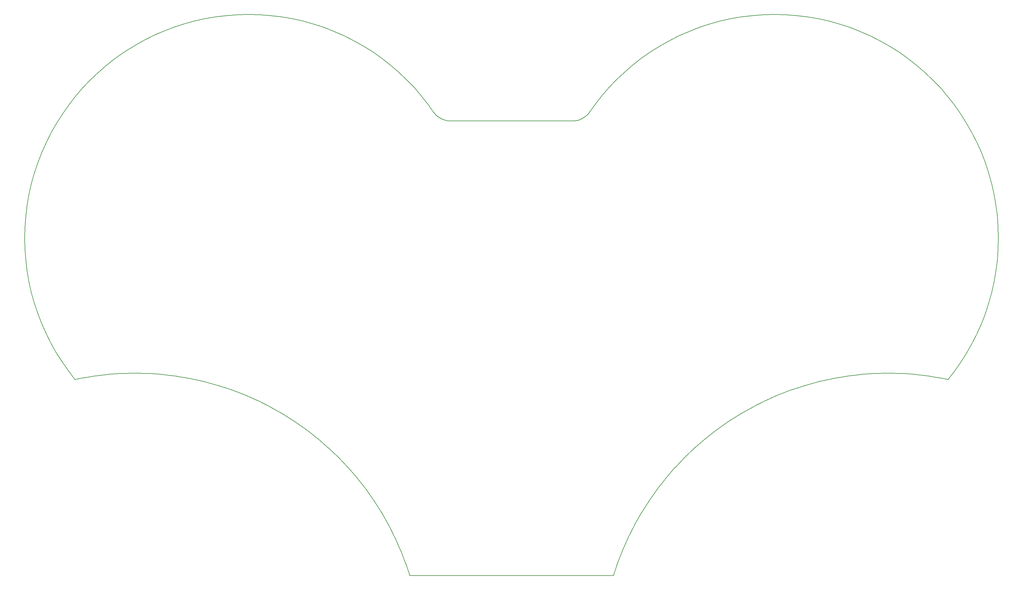
<source format=gbr>
%TF.GenerationSoftware,KiCad,Pcbnew,(6.0.7-1)-1*%
%TF.CreationDate,2022-12-23T00:58:57+01:00*%
%TF.ProjectId,acacia,61636163-6961-42e6-9b69-6361645f7063,rev?*%
%TF.SameCoordinates,Original*%
%TF.FileFunction,Profile,NP*%
%FSLAX46Y46*%
G04 Gerber Fmt 4.6, Leading zero omitted, Abs format (unit mm)*
G04 Created by KiCad (PCBNEW (6.0.7-1)-1) date 2022-12-23 00:58:57*
%MOMM*%
%LPD*%
G01*
G04 APERTURE LIST*
%TA.AperFunction,Profile*%
%ADD10C,0.200000*%
%TD*%
G04 APERTURE END LIST*
D10*
X238091201Y-29700615D02*
X241174895Y-29927605D01*
X244243804Y-30306618D01*
X247290496Y-30834617D01*
X250307097Y-31512611D01*
X253287505Y-32337608D01*
X256223388Y-33306617D01*
X259108489Y-34419609D01*
X261934997Y-35672614D01*
X264696990Y-37063606D01*
X267386992Y-38587607D01*
X269999999Y-40241614D01*
X272527999Y-42021613D01*
X274964995Y-43924613D01*
X277307006Y-45943609D01*
X279545989Y-48076605D01*
X281679015Y-50315603D01*
X283697997Y-52657614D01*
X285601012Y-55094610D01*
X287380980Y-57622610D01*
X289035003Y-60235617D01*
X290559020Y-62925602D01*
X291950011Y-65687611D01*
X293203002Y-68513607D01*
X294315978Y-71399609D01*
X295285003Y-74335606D01*
X296109984Y-77315609D01*
X296787993Y-80332607D01*
X297315978Y-83378605D01*
X297695006Y-86447605D01*
X297921996Y-89531605D01*
X297997985Y-92622608D01*
X297921996Y-95713806D01*
X297695006Y-98797500D01*
X297315978Y-101866402D01*
X296787993Y-104913101D01*
X296109984Y-107929703D01*
X295285003Y-110910103D01*
X294315978Y-113846001D01*
X293203002Y-116731201D01*
X291950011Y-119557808D01*
X290559020Y-122319702D01*
X289035003Y-125010101D01*
X287380980Y-127622704D01*
X285601012Y-130150604D01*
X283838012Y-132409607D01*
X282946990Y-132209503D01*
X282657989Y-132152008D01*
X279031005Y-131522705D01*
X278738997Y-131479508D01*
X275085998Y-131028900D01*
X274792998Y-131000000D01*
X271121001Y-130729202D01*
X270826995Y-130714706D01*
X267147002Y-130624405D01*
X266852996Y-130624405D01*
X263173003Y-130714706D01*
X262877990Y-130729202D01*
X259207305Y-131000000D01*
X258914199Y-131028900D01*
X255260589Y-131479508D01*
X254969390Y-131522705D01*
X251342406Y-132152008D01*
X251053496Y-132209503D01*
X247462005Y-133016006D01*
X247176299Y-133087601D01*
X243628402Y-134069404D01*
X243346602Y-134154907D01*
X239851195Y-135309601D01*
X239573897Y-135408905D01*
X236139296Y-136733704D01*
X235867202Y-136846405D01*
X232501891Y-138338104D01*
X232235701Y-138464104D01*
X228947509Y-140119202D01*
X228687804Y-140258003D01*
X225484893Y-142072403D01*
X225232299Y-142223801D01*
X222122298Y-144193207D01*
X221877395Y-144356903D01*
X218867705Y-146476501D01*
X218631194Y-146652008D01*
X215729095Y-148916702D01*
X215501403Y-149103607D01*
X212714004Y-151508003D01*
X212495803Y-151705803D01*
X209829696Y-154244102D01*
X209621489Y-154452408D01*
X207083190Y-157118408D01*
X206885406Y-157336609D01*
X204480895Y-160124092D01*
X204294097Y-160351692D01*
X202029296Y-163253792D01*
X201853896Y-163490303D01*
X199734298Y-166499992D01*
X199570602Y-166744896D01*
X197601195Y-169854897D01*
X197449798Y-170107491D01*
X195635405Y-173310494D01*
X195496596Y-173570198D01*
X193841399Y-176858299D01*
X193715499Y-177124489D01*
X192223800Y-180489891D01*
X192111098Y-180762001D01*
X190786193Y-184196480D01*
X190686995Y-184473762D01*
X189646804Y-187622597D01*
X132353202Y-187622597D01*
X131313003Y-184473762D01*
X131213797Y-184196480D01*
X129888900Y-180762001D01*
X129776198Y-180489891D01*
X128284499Y-177124489D01*
X128158599Y-176858299D01*
X126503402Y-173570198D01*
X126364600Y-173310494D01*
X124550200Y-170107491D01*
X124398803Y-169854897D01*
X122429397Y-166744896D01*
X122265700Y-166499992D01*
X120146102Y-163490303D01*
X119970702Y-163253792D01*
X117705901Y-160351692D01*
X117519103Y-160124092D01*
X115114600Y-157336609D01*
X114916800Y-157118408D01*
X112378501Y-154452408D01*
X112170302Y-154244102D01*
X109504195Y-151705803D01*
X109285995Y-151508003D01*
X106498595Y-149103607D01*
X106270904Y-148916702D01*
X103368804Y-146652008D01*
X103132300Y-146476501D01*
X100122603Y-144356903D01*
X99877700Y-144193207D01*
X96767699Y-142223801D01*
X96515097Y-142072403D01*
X93312201Y-140258003D01*
X93052497Y-140119202D01*
X89764296Y-138464104D01*
X89498099Y-138338104D01*
X86132796Y-136846405D01*
X85860702Y-136733704D01*
X82426101Y-135408905D01*
X82148803Y-135309601D01*
X78653396Y-134154907D01*
X78371596Y-134069404D01*
X74823699Y-133087601D01*
X74538001Y-133016006D01*
X70946502Y-132209503D01*
X70657599Y-132152008D01*
X67030601Y-131522705D01*
X66739402Y-131479508D01*
X63085799Y-131028900D01*
X62792701Y-131000000D01*
X59122001Y-130729202D01*
X58827002Y-130714706D01*
X55147002Y-130624405D01*
X54852996Y-130624405D01*
X51172995Y-130714706D01*
X50878997Y-130729202D01*
X47207000Y-131000000D01*
X46914000Y-131028900D01*
X43261000Y-131479508D01*
X42969001Y-131522705D01*
X39342002Y-132152008D01*
X39053001Y-132209503D01*
X38162001Y-132409607D01*
X36399001Y-130150604D01*
X34619002Y-127622704D01*
X32964995Y-125010101D01*
X31440993Y-122319702D01*
X30050002Y-119557808D01*
X28796996Y-116731201D01*
X27684005Y-113846001D01*
X26714995Y-110910103D01*
X25889998Y-107929703D01*
X25212005Y-104913101D01*
X24684005Y-101866402D01*
X24304992Y-98797500D01*
X24078002Y-95713806D01*
X24001998Y-92622608D01*
X24078002Y-89531605D01*
X24304992Y-86447605D01*
X24684005Y-83378605D01*
X25212005Y-80332607D01*
X25889998Y-77315609D01*
X26714995Y-74335606D01*
X27684005Y-71399609D01*
X28796996Y-68513607D01*
X30050002Y-65687611D01*
X31440993Y-62925602D01*
X32964995Y-60235617D01*
X34619002Y-57622610D01*
X36399001Y-55094610D01*
X38302001Y-52657614D01*
X40320998Y-50315603D01*
X42454001Y-48076605D01*
X44693000Y-45943609D01*
X47035003Y-43924613D01*
X49471999Y-42021613D01*
X51999999Y-40241614D01*
X54612998Y-38587607D01*
X57303001Y-37063606D01*
X60065001Y-35672614D01*
X62891501Y-34419609D01*
X65776603Y-33306617D01*
X68712501Y-32337608D01*
X71692901Y-31512611D01*
X74709502Y-30834617D01*
X77756202Y-30306618D01*
X80825103Y-29927605D01*
X83908797Y-29700615D01*
X86999999Y-29624611D01*
X90091201Y-29700615D01*
X93174895Y-29927605D01*
X96243796Y-30306618D01*
X99290496Y-30834617D01*
X102307097Y-31512611D01*
X105287497Y-32337608D01*
X108223403Y-33306617D01*
X111108596Y-34419609D01*
X113935195Y-35672614D01*
X116697097Y-37063606D01*
X119387496Y-38587607D01*
X122000098Y-40241614D01*
X124527999Y-42021613D01*
X126965499Y-43924613D01*
X129307097Y-45943609D01*
X131546401Y-48076605D01*
X133678496Y-50315603D01*
X135698401Y-52657614D01*
X137600600Y-55094610D01*
X138997100Y-57077612D01*
X139264495Y-57428610D01*
X139456900Y-57651617D01*
X139659896Y-57865606D01*
X139873198Y-58068609D01*
X140096198Y-58260610D01*
X140328399Y-58441610D01*
X140569198Y-58611609D01*
X140818000Y-58768606D01*
X141074203Y-58914618D01*
X141337203Y-59046606D01*
X141606498Y-59165609D01*
X141881301Y-59271612D01*
X142160903Y-59364615D01*
X142444701Y-59442617D01*
X142732001Y-59507605D01*
X143022201Y-59557608D01*
X143314498Y-59593603D01*
X143608199Y-59615606D01*
X143902602Y-59622610D01*
X178097396Y-59622610D01*
X178538802Y-59606604D01*
X178831893Y-59577612D01*
X179123198Y-59534613D01*
X179412002Y-59476614D01*
X179697692Y-59405615D01*
X179979491Y-59319616D01*
X180256804Y-59220617D01*
X180528899Y-59107611D01*
X180795104Y-58981603D01*
X181054793Y-58843603D01*
X181307403Y-58691610D01*
X181552306Y-58528616D01*
X181788802Y-58352606D01*
X182016402Y-58165609D01*
X182234603Y-57967611D01*
X182442901Y-57759604D01*
X182640700Y-57541616D01*
X182827498Y-57313604D01*
X183002898Y-57077612D01*
X184399398Y-55094610D01*
X186301604Y-52657614D01*
X188321502Y-50315603D01*
X190453597Y-48076605D01*
X192692901Y-45943609D01*
X195034499Y-43924613D01*
X197471999Y-42021613D01*
X199999907Y-40241614D01*
X202612502Y-38587607D01*
X205302901Y-37063606D01*
X208064803Y-35672614D01*
X210891402Y-34419609D01*
X213776595Y-33306617D01*
X216712493Y-32337608D01*
X219692901Y-31512611D01*
X222709502Y-30834617D01*
X225756194Y-30306618D01*
X228825103Y-29927605D01*
X231908797Y-29700615D01*
X234999999Y-29624611D01*
X238091201Y-29700615D01*
M02*

</source>
